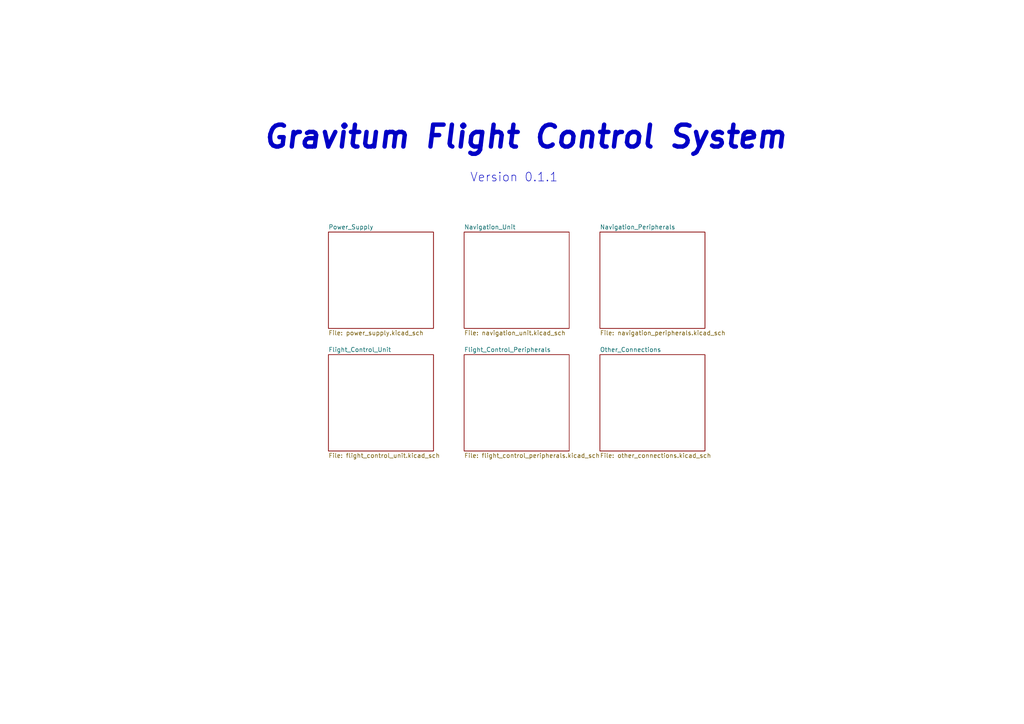
<source format=kicad_sch>
(kicad_sch
	(version 20250114)
	(generator "eeschema")
	(generator_version "9.0")
	(uuid "8dc22ddc-eb0a-4b80-a714-26a959e826d2")
	(paper "A4")
	(title_block
		(title "Gravitum Flight Control System")
		(rev "0.1.0")
		(company "Breno Soares Alves")
	)
	(lib_symbols)
	(text "Gravitum Flight Control System"
		(exclude_from_sim no)
		(at 152.4 39.878 0)
		(effects
			(font
				(size 6.35 6.35)
				(thickness 1.27)
				(bold yes)
				(italic yes)
			)
		)
		(uuid "639e1928-cbe1-4b0c-9bd3-13793629801d")
	)
	(text "Version 0.1.1"
		(exclude_from_sim no)
		(at 149.098 51.562 0)
		(effects
			(font
				(size 2.54 2.54)
			)
		)
		(uuid "66fee058-988f-4e2a-86df-700860b74607")
	)
	(sheet
		(at 173.99 67.31)
		(size 30.48 27.94)
		(exclude_from_sim no)
		(in_bom yes)
		(on_board yes)
		(dnp no)
		(fields_autoplaced yes)
		(stroke
			(width 0.1524)
			(type solid)
		)
		(fill
			(color 0 0 0 0.0000)
		)
		(uuid "21c15db4-fcc2-43e2-90c6-38347e6b80b5")
		(property "Sheetname" "Navigation_Peripherals"
			(at 173.99 66.5984 0)
			(effects
				(font
					(size 1.27 1.27)
				)
				(justify left bottom)
			)
		)
		(property "Sheetfile" "navigation_peripherals.kicad_sch"
			(at 173.99 95.8346 0)
			(effects
				(font
					(size 1.27 1.27)
				)
				(justify left top)
			)
		)
		(instances
			(project "aircraft"
				(path "/8dc22ddc-eb0a-4b80-a714-26a959e826d2"
					(page "4")
				)
			)
		)
	)
	(sheet
		(at 134.62 102.87)
		(size 30.48 27.94)
		(exclude_from_sim no)
		(in_bom yes)
		(on_board yes)
		(dnp no)
		(fields_autoplaced yes)
		(stroke
			(width 0.1524)
			(type solid)
		)
		(fill
			(color 0 0 0 0.0000)
		)
		(uuid "2b3e482d-66cf-439d-9529-121b0ac868e2")
		(property "Sheetname" "Flight_Control_Peripherals"
			(at 134.62 102.1584 0)
			(effects
				(font
					(size 1.27 1.27)
				)
				(justify left bottom)
			)
		)
		(property "Sheetfile" "flight_control_peripherals.kicad_sch"
			(at 134.62 131.3946 0)
			(effects
				(font
					(size 1.27 1.27)
				)
				(justify left top)
			)
		)
		(instances
			(project "aircraft"
				(path "/8dc22ddc-eb0a-4b80-a714-26a959e826d2"
					(page "6")
				)
			)
		)
	)
	(sheet
		(at 95.25 67.31)
		(size 30.48 27.94)
		(exclude_from_sim no)
		(in_bom yes)
		(on_board yes)
		(dnp no)
		(fields_autoplaced yes)
		(stroke
			(width 0.1524)
			(type solid)
		)
		(fill
			(color 0 0 0 0.0000)
		)
		(uuid "39a9e851-414a-49a1-b5c9-24c58b61cca2")
		(property "Sheetname" "Power_Supply"
			(at 95.25 66.5984 0)
			(effects
				(font
					(size 1.27 1.27)
				)
				(justify left bottom)
			)
		)
		(property "Sheetfile" "power_supply.kicad_sch"
			(at 95.25 95.8346 0)
			(effects
				(font
					(size 1.27 1.27)
				)
				(justify left top)
			)
		)
		(instances
			(project "aircraft"
				(path "/8dc22ddc-eb0a-4b80-a714-26a959e826d2"
					(page "2")
				)
			)
		)
	)
	(sheet
		(at 95.25 102.87)
		(size 30.48 27.94)
		(exclude_from_sim no)
		(in_bom yes)
		(on_board yes)
		(dnp no)
		(fields_autoplaced yes)
		(stroke
			(width 0.1524)
			(type solid)
		)
		(fill
			(color 0 0 0 0.0000)
		)
		(uuid "c8fc8e69-bb49-4956-91d7-091fbd48c0bc")
		(property "Sheetname" "Flight_Control_Unit"
			(at 95.25 102.1584 0)
			(effects
				(font
					(size 1.27 1.27)
				)
				(justify left bottom)
			)
		)
		(property "Sheetfile" "flight_control_unit.kicad_sch"
			(at 95.25 131.3946 0)
			(effects
				(font
					(size 1.27 1.27)
				)
				(justify left top)
			)
		)
		(instances
			(project "aircraft"
				(path "/8dc22ddc-eb0a-4b80-a714-26a959e826d2"
					(page "5")
				)
			)
		)
	)
	(sheet
		(at 173.99 102.87)
		(size 30.48 27.94)
		(exclude_from_sim no)
		(in_bom yes)
		(on_board yes)
		(dnp no)
		(fields_autoplaced yes)
		(stroke
			(width 0.1524)
			(type solid)
		)
		(fill
			(color 0 0 0 0.0000)
		)
		(uuid "f68bfd02-e75f-45be-869e-2735da76252c")
		(property "Sheetname" "Other_Connections"
			(at 173.99 102.1584 0)
			(effects
				(font
					(size 1.27 1.27)
				)
				(justify left bottom)
			)
		)
		(property "Sheetfile" "other_connections.kicad_sch"
			(at 173.99 131.3946 0)
			(effects
				(font
					(size 1.27 1.27)
				)
				(justify left top)
			)
		)
		(instances
			(project "aircraft"
				(path "/8dc22ddc-eb0a-4b80-a714-26a959e826d2"
					(page "7")
				)
			)
		)
	)
	(sheet
		(at 134.62 67.31)
		(size 30.48 27.94)
		(exclude_from_sim no)
		(in_bom yes)
		(on_board yes)
		(dnp no)
		(fields_autoplaced yes)
		(stroke
			(width 0.1524)
			(type solid)
		)
		(fill
			(color 0 0 0 0.0000)
		)
		(uuid "fc11477c-3333-4f98-8873-4701516b0387")
		(property "Sheetname" "Navigation_Unit"
			(at 134.62 66.5984 0)
			(effects
				(font
					(size 1.27 1.27)
				)
				(justify left bottom)
			)
		)
		(property "Sheetfile" "navigation_unit.kicad_sch"
			(at 134.62 95.8346 0)
			(effects
				(font
					(size 1.27 1.27)
				)
				(justify left top)
			)
		)
		(instances
			(project "aircraft"
				(path "/8dc22ddc-eb0a-4b80-a714-26a959e826d2"
					(page "3")
				)
			)
		)
	)
	(sheet_instances
		(path "/"
			(page "1")
		)
	)
	(embedded_fonts no)
)

</source>
